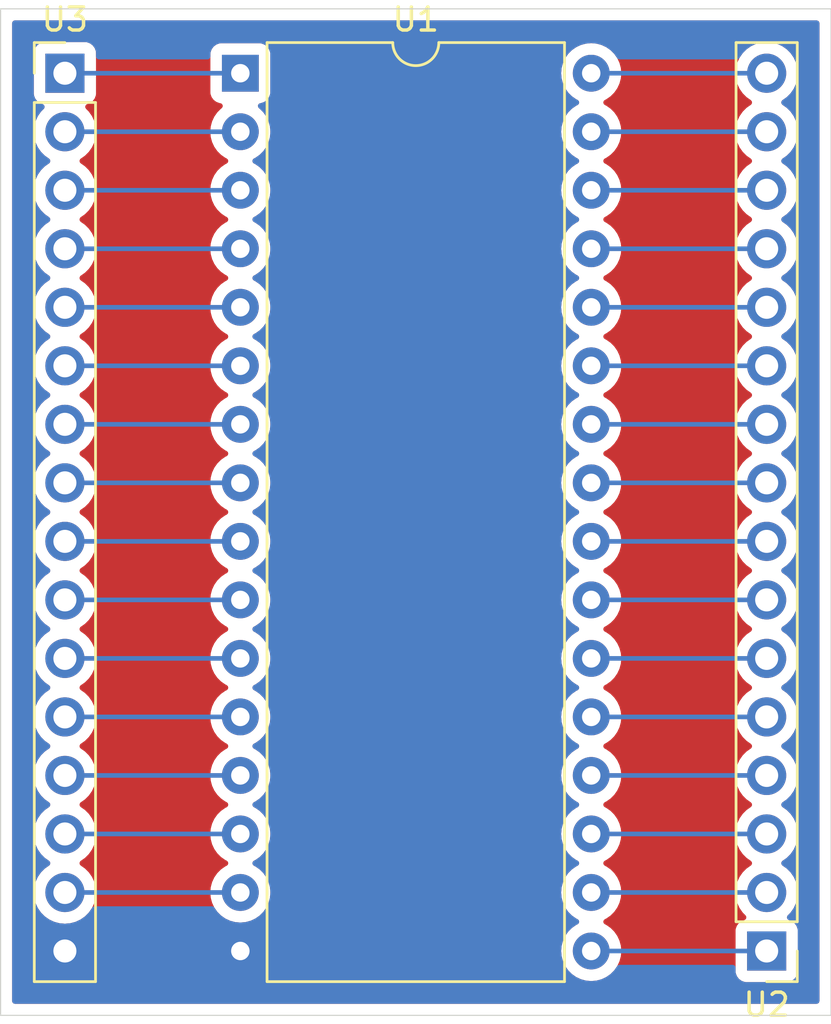
<source format=kicad_pcb>
(kicad_pcb (version 20240108) (generator "pcbnew") (generator_version "8.0")
  (layers (0 "F.Cu" signal) (31 "B.Cu" signal) (34 "B.Paste" user) (35 "F.Paste" user) (36 "B.SilkS" user "B.Silkscreen") (37 "F.SilkS" user "F.Silkscreen") (38 "B.Mask" user) (39 "F.Mask" user) (44 "Edge.Cuts" user))
  (net 0 "")
  (net 1 "Net-(U1-A0)")
  (net 2 "Net-(U1-CE#)")
  (net 3 "Net-(U1-A4)")
  (net 5 "Net-(U1-V+)")
  (net 6 "Net-(U1-OE#)")
  (net 7 "Net-(U1-WE#)")
  (net 8 "Net-(U1-DQ3)")
  (net 9 "Net-(U1-DQ0)")
  (net 10 "Net-(U1-A11)")
  (net 11 "Net-(U1-A5)")
  (net 12 "Net-(U1-A10)")
  (net 13 "Net-(U1-A13)")
  (net 14 "Net-(U1-A9)")
  (net 15 "Net-(U1-A7)")
  (net 16 "Net-(U1-GND)")
  (net 17 "Net-(U1-A12)")
  (net 18 "Net-(U1-A15)")
  (net 19 "Net-(U1-A2)")
  (net 20 "Net-(U1-A14)")
  (net 21 "Net-(U1-DQ4)")
  (net 22 "unconnected-(U1-NC-Pad1)")
  (net 23 "Net-(U1-A8)")
  (net 24 "Net-(U1-DQ7)")
  (net 25 "Net-(U1-DQ2)")
  (net 26 "Net-(U1-A16)")
  (net 27 "Net-(U1-A6)")
  (net 28 "Net-(U1-DQ1)")
  (net 29 "Net-(U1-DQ5)")
  (net 30 "Net-(U1-A1)")
  (net 31 "Net-(U1-DQ6)")
  (net 32 "Net-(U1-A3)")
  (net 33 "unconnected-(U2-13-Pad14)")
  (footprint "Connector_PinHeader_2.54mm:PinHeader_1x16_P2.54mm_Vertical" (layer "F.Cu") (at 162.56 111.76 180)
    (property "Reference" "U2" (at 0 -2.33 180) (layer "F.SilkS"))
    (property "Value" "~")
    (fp_line (start 1.33 1.27) (end 1.33 39.43) (stroke (width 0.12)) (layer "F.SilkS"))
    (fp_line (start -1.33 39.43) (end 1.33 39.43) (stroke (width 0.12)) (layer "F.SilkS"))
    (fp_line (start -1.33 1.27) (end 1.33 1.27) (stroke (width 0.12)) (layer "F.SilkS"))
    (fp_line (start -1.33 1.27) (end -1.33 39.43) (stroke (width 0.12)) (layer "F.SilkS"))
    (fp_line (start -1.33 0) (end -1.33 -1.33) (stroke (width 0.12)) (layer "F.SilkS"))
    (fp_line (start -1.33 -1.33) (end 0 -1.33) (stroke (width 0.12)) (layer "F.SilkS"))
    (pad "1" thru_hole rect (at 0 0 180) (size 1.7 1.7) (drill 1) (layers "*.Cu" "*.Mask") (net 8 "Net-(U1-DQ3)"))
    (pad "2" thru_hole oval (at 0 2.54 180) (size 1.7 1.7) (drill 1) (layers "*.Cu" "*.Mask") (net 21 "Net-(U1-DQ4)"))
    (pad "3" thru_hole oval (at 0 5.08 180) (size 1.7 1.7) (drill 1) (layers "*.Cu" "*.Mask") (net 29 "Net-(U1-DQ5)"))
    (pad "4" thru_hole oval (at 0 7.62 180) (size 1.7 1.7) (drill 1) (layers "*.Cu" "*.Mask") (net 31 "Net-(U1-DQ6)"))
    (pad "5" thru_hole oval (at 0 10.16 180) (size 1.7 1.7) (drill 1) (layers "*.Cu" "*.Mask") (net 24 "Net-(U1-DQ7)"))
    (pad "6" thru_hole oval (at 0 12.7 180) (size 1.7 1.7) (drill 1) (layers "*.Cu" "*.Mask") (net 2 "Net-(U1-CE#)"))
    (pad "7" thru_hole oval (at 0 15.24 180) (size 1.7 1.7) (drill 1) (layers "*.Cu" "*.Mask") (net 12 "Net-(U1-A10)"))
    (pad "8" thru_hole oval (at 0 17.78 180) (size 1.7 1.7) (drill 1) (layers "*.Cu" "*.Mask") (net 6 "Net-(U1-OE#)"))
    (pad "9" thru_hole oval (at 0 20.32 180) (size 1.7 1.7) (drill 1) (layers "*.Cu" "*.Mask") (net 10 "Net-(U1-A11)"))
    (pad "10" thru_hole oval (at 0 22.86 180) (size 1.7 1.7) (drill 1) (layers "*.Cu" "*.Mask") (net 14 "Net-(U1-A9)"))
    (pad "11" thru_hole oval (at 0 25.4 180) (size 1.7 1.7) (drill 1) (layers "*.Cu" "*.Mask") (net 23 "Net-(U1-A8)"))
    (pad "12" thru_hole oval (at 0 27.94 180) (size 1.7 1.7) (drill 1) (layers "*.Cu" "*.Mask") (net 13 "Net-(U1-A13)"))
    (pad "13" thru_hole oval (at 0 30.48 180) (size 1.7 1.7) (drill 1) (layers "*.Cu" "*.Mask") (net 20 "Net-(U1-A14)"))
    (pad "14" thru_hole oval (at 0 33.02 180) (size 1.7 1.7) (drill 1) (layers "*.Cu" "*.Mask") (net 33 "unconnected-(U2-13-Pad14)"))
    (pad "15" thru_hole oval (at 0 35.56 180) (size 1.7 1.7) (drill 1) (layers "*.Cu" "*.Mask") (net 7 "Net-(U1-WE#)"))
    (pad "16" thru_hole oval (at 0 38.1 180) (size 1.7 1.7) (drill 1) (layers "*.Cu" "*.Mask") (net 5 "Net-(U1-V+)"))
  )
  (footprint "Package_DIP:DIP-32_W15.24mm" (layer "F.Cu") (at 139.7 73.66)
    (property "Reference" "U1" (at 7.62 -2.33 0) (layer "F.SilkS"))
    (property "Value" "~")
    (fp_line (start 1.16 -1.33) (end 1.16 39.43) (stroke (width 0.12)) (layer "F.SilkS"))
    (fp_line (start 1.16 39.43) (end 14.08 39.43) (stroke (width 0.12)) (layer "F.SilkS"))
    (fp_line (start 6.62 -1.33) (end 1.16 -1.33) (stroke (width 0.12)) (layer "F.SilkS"))
    (fp_line (start 14.08 -1.33) (end 8.62 -1.33) (stroke (width 0.12)) (layer "F.SilkS"))
    (fp_line (start 14.08 39.43) (end 14.08 -1.33) (stroke (width 0.12)) (layer "F.SilkS"))
    (fp_arc (start 8.62 -1.33) (mid 7.62 -0.33) (end 6.62 -1.33) (stroke (width 0.12)) (layer "F.SilkS"))
    (pad "1" thru_hole rect (at 0 0) (size 1.6 1.6) (drill 0.8) (layers "*.Cu" "*.Mask") (net 22 "unconnected-(U1-NC-Pad1)"))
    (pad "2" thru_hole oval (at 0 2.54) (size 1.6 1.6) (drill 0.8) (layers "*.Cu" "*.Mask") (net 26 "Net-(U1-A16)"))
    (pad "3" thru_hole oval (at 0 5.08) (size 1.6 1.6) (drill 0.8) (layers "*.Cu" "*.Mask") (net 18 "Net-(U1-A15)"))
    (pad "4" thru_hole oval (at 0 7.62) (size 1.6 1.6) (drill 0.8) (layers "*.Cu" "*.Mask") (net 17 "Net-(U1-A12)"))
    (pad "5" thru_hole oval (at 0 10.16) (size 1.6 1.6) (drill 0.8) (layers "*.Cu" "*.Mask") (net 15 "Net-(U1-A7)"))
    (pad "6" thru_hole oval (at 0 12.7) (size 1.6 1.6) (drill 0.8) (layers "*.Cu" "*.Mask") (net 27 "Net-(U1-A6)"))
    (pad "7" thru_hole oval (at 0 15.24) (size 1.6 1.6) (drill 0.8) (layers "*.Cu" "*.Mask") (net 11 "Net-(U1-A5)"))
    (pad "8" thru_hole oval (at 0 17.78) (size 1.6 1.6) (drill 0.8) (layers "*.Cu" "*.Mask") (net 3 "Net-(U1-A4)"))
    (pad "9" thru_hole oval (at 0 20.32) (size 1.6 1.6) (drill 0.8) (layers "*.Cu" "*.Mask") (net 32 "Net-(U1-A3)"))
    (pad "10" thru_hole oval (at 0 22.86) (size 1.6 1.6) (drill 0.8) (layers "*.Cu" "*.Mask") (net 19 "Net-(U1-A2)"))
    (pad "11" thru_hole oval (at 0 25.4) (size 1.6 1.6) (drill 0.8) (layers "*.Cu" "*.Mask") (net 30 "Net-(U1-A1)"))
    (pad "12" thru_hole oval (at 0 27.94) (size 1.6 1.6) (drill 0.8) (layers "*.Cu" "*.Mask") (net 1 "Net-(U1-A0)"))
    (pad "13" thru_hole oval (at 0 30.48) (size 1.6 1.6) (drill 0.8) (layers "*.Cu" "*.Mask") (net 9 "Net-(U1-DQ0)"))
    (pad "14" thru_hole oval (at 0 33.02) (size 1.6 1.6) (drill 0.8) (layers "*.Cu" "*.Mask") (net 28 "Net-(U1-DQ1)"))
    (pad "15" thru_hole oval (at 0 35.56) (size 1.6 1.6) (drill 0.8) (layers "*.Cu" "*.Mask") (net 25 "Net-(U1-DQ2)"))
    (pad "16" thru_hole oval (at 0 38.1) (size 1.6 1.6) (drill 0.8) (layers "*.Cu" "*.Mask") (net 16 "Net-(U1-GND)"))
    (pad "17" thru_hole oval (at 15.24 38.1) (size 1.6 1.6) (drill 0.8) (layers "*.Cu" "*.Mask") (net 8 "Net-(U1-DQ3)"))
    (pad "18" thru_hole oval (at 15.24 35.56) (size 1.6 1.6) (drill 0.8) (layers "*.Cu" "*.Mask") (net 21 "Net-(U1-DQ4)"))
    (pad "19" thru_hole oval (at 15.24 33.02) (size 1.6 1.6) (drill 0.8) (layers "*.Cu" "*.Mask") (net 29 "Net-(U1-DQ5)"))
    (pad "20" thru_hole oval (at 15.24 30.48) (size 1.6 1.6) (drill 0.8) (layers "*.Cu" "*.Mask") (net 31 "Net-(U1-DQ6)"))
    (pad "21" thru_hole oval (at 15.24 27.94) (size 1.6 1.6) (drill 0.8) (layers "*.Cu" "*.Mask") (net 24 "Net-(U1-DQ7)"))
    (pad "22" thru_hole oval (at 15.24 25.4) (size 1.6 1.6) (drill 0.8) (layers "*.Cu" "*.Mask") (net 2 "Net-(U1-CE#)"))
    (pad "23" thru_hole oval (at 15.24 22.86) (size 1.6 1.6) (drill 0.8) (layers "*.Cu" "*.Mask") (net 12 "Net-(U1-A10)"))
    (pad "24" thru_hole oval (at 15.24 20.32) (size 1.6 1.6) (drill 0.8) (layers "*.Cu" "*.Mask") (net 6 "Net-(U1-OE#)"))
    (pad "25" thru_hole oval (at 15.24 17.78) (size 1.6 1.6) (drill 0.8) (layers "*.Cu" "*.Mask") (net 10 "Net-(U1-A11)"))
    (pad "26" thru_hole oval (at 15.24 15.24) (size 1.6 1.6) (drill 0.8) (layers "*.Cu" "*.Mask") (net 14 "Net-(U1-A9)"))
    (pad "27" thru_hole oval (at 15.24 12.7) (size 1.6 1.6) (drill 0.8) (layers "*.Cu" "*.Mask") (net 23 "Net-(U1-A8)"))
    (pad "28" thru_hole oval (at 15.24 10.16) (size 1.6 1.6) (drill 0.8) (layers "*.Cu" "*.Mask") (net 13 "Net-(U1-A13)"))
    (pad "29" thru_hole oval (at 15.24 7.62) (size 1.6 1.6) (drill 0.8) (layers "*.Cu" "*.Mask") (net 20 "Net-(U1-A14)"))
    (pad "30" thru_hole oval (at 15.24 5.08) (size 1.6 1.6) (drill 0.8) (layers "*.Cu" "*.Mask"))
    (pad "31" thru_hole oval (at 15.24 2.54) (size 1.6 1.6) (drill 0.8) (layers "*.Cu" "*.Mask") (net 7 "Net-(U1-WE#)"))
    (pad "32" thru_hole oval (at 15.24 0) (size 1.6 1.6) (drill 0.8) (layers "*.Cu" "*.Mask") (net 5 "Net-(U1-V+)"))
  )
  (footprint "Connector_PinHeader_2.54mm:PinHeader_1x16_P2.54mm_Vertical" (layer "F.Cu") (at 132.08 73.66)
    (property "Reference" "U3" (at 0 -2.33 0) (layer "F.SilkS"))
    (property "Value" "~")
    (fp_line (start -1.33 -1.33) (end 0 -1.33) (stroke (width 0.12)) (layer "F.SilkS"))
    (fp_line (start -1.33 0) (end -1.33 -1.33) (stroke (width 0.12)) (layer "F.SilkS"))
    (fp_line (start -1.33 1.27) (end -1.33 39.43) (stroke (width 0.12)) (layer "F.SilkS"))
    (fp_line (start -1.33 1.27) (end 1.33 1.27) (stroke (width 0.12)) (layer "F.SilkS"))
    (fp_line (start -1.33 39.43) (end 1.33 39.43) (stroke (width 0.12)) (layer "F.SilkS"))
    (fp_line (start 1.33 1.27) (end 1.33 39.43) (stroke (width 0.12)) (layer "F.SilkS"))
    (pad "1" thru_hole rect (at 0 0) (size 1.7 1.7) (drill 1) (layers "*.Cu" "*.Mask"))
    (pad "2" thru_hole oval (at 0 2.54) (size 1.7 1.7) (drill 1) (layers "*.Cu" "*.Mask") (net 26 "Net-(U1-A16)"))
    (pad "3" thru_hole oval (at 0 5.08) (size 1.7 1.7) (drill 1) (layers "*.Cu" "*.Mask") (net 18 "Net-(U1-A15)"))
    (pad "4" thru_hole oval (at 0 7.62) (size 1.7 1.7) (drill 1) (layers "*.Cu" "*.Mask") (net 17 "Net-(U1-A12)"))
    (pad "5" thru_hole oval (at 0 10.16) (size 1.7 1.7) (drill 1) (layers "*.Cu" "*.Mask") (net 15 "Net-(U1-A7)"))
    (pad "6" thru_hole oval (at 0 12.7) (size 1.7 1.7) (drill 1) (layers "*.Cu" "*.Mask") (net 27 "Net-(U1-A6)"))
    (pad "7" thru_hole oval (at 0 15.24) (size 1.7 1.7) (drill 1) (layers "*.Cu" "*.Mask") (net 11 "Net-(U1-A5)"))
    (pad "8" thru_hole oval (at 0 17.78) (size 1.7 1.7) (drill 1) (layers "*.Cu" "*.Mask") (net 3 "Net-(U1-A4)"))
    (pad "9" thru_hole oval (at 0 20.32) (size 1.7 1.7) (drill 1) (layers "*.Cu" "*.Mask") (net 32 "Net-(U1-A3)"))
    (pad "10" thru_hole oval (at 0 22.86) (size 1.7 1.7) (drill 1) (layers "*.Cu" "*.Mask") (net 19 "Net-(U1-A2)"))
    (pad "11" thru_hole oval (at 0 25.4) (size 1.7 1.7) (drill 1) (layers "*.Cu" "*.Mask") (net 30 "Net-(U1-A1)"))
    (pad "12" thru_hole oval (at 0 27.94) (size 1.7 1.7) (drill 1) (layers "*.Cu" "*.Mask") (net 1 "Net-(U1-A0)"))
    (pad "13" thru_hole oval (at 0 30.48) (size 1.7 1.7) (drill 1) (layers "*.Cu" "*.Mask") (net 9 "Net-(U1-DQ0)"))
    (pad "14" thru_hole oval (at 0 33.02) (size 1.7 1.7) (drill 1) (layers "*.Cu" "*.Mask") (net 28 "Net-(U1-DQ1)"))
    (pad "15" thru_hole oval (at 0 35.56) (size 1.7 1.7) (drill 1) (layers "*.Cu" "*.Mask") (net 25 "Net-(U1-DQ2)"))
    (pad "16" thru_hole oval (at 0 38.1) (size 1.7 1.7) (drill 1) (layers "*.Cu" "*.Mask") (net 16 "Net-(U1-GND)"))
  )
  (gr_rect (start 129.286 70.866) (end 165.354 114.554) (stroke (width 0.05)) (fill none) (layer "Edge.Cuts"))
  (segment (start 139.7 101.6) (end 132.08 101.6) (width 0.2) (layer "B.Cu") (net 1))
  (segment (start 162.56 99.06) (end 154.94 99.06) (width 0.2) (layer "B.Cu") (net 2))
  (segment (start 139.7 91.44) (end 132.08 91.44) (width 0.2) (layer "B.Cu") (net 3))
  (segment (start 162.56 73.66) (end 154.94 73.66) (width 0.2) (layer "B.Cu") (net 5))
  (segment (start 162.56 93.98) (end 154.94 93.98) (width 0.2) (layer "B.Cu") (net 6))
  (segment (start 154.94 76.2) (end 162.56 76.2) (width 0.2) (layer "B.Cu") (net 7))
  (segment (start 154.94 111.76) (end 162.56 111.76) (width 0.2) (layer "B.Cu") (net 8))
  (segment (start 132.08 104.14) (end 139.7 104.14) (width 0.2) (layer "B.Cu") (net 9))
  (segment (start 154.94 91.44) (end 162.56 91.44) (width 0.2) (layer "B.Cu") (net 10))
  (segment (start 132.08 88.9) (end 139.7 88.9) (width 0.2) (layer "B.Cu") (net 11))
  (segment (start 154.94 96.52) (end 162.56 96.52) (width 0.2) (layer "B.Cu") (net 12))
  (segment (start 162.56 83.82) (end 154.94 83.82) (width 0.2) (layer "B.Cu") (net 13))
  (segment (start 162.56 88.9) (end 154.94 88.9) (width 0.2) (layer "B.Cu") (net 14))
  (segment (start 139.7 83.82) (end 132.08 83.82) (width 0.2) (layer "B.Cu") (net 15))
  (segment (start 139.7 111.76) (end 132.08 111.76) (width 0.2) (layer "B.Cu") (net 16))
  (segment (start 132.08 81.28) (end 139.7 81.28) (width 0.2) (layer "B.Cu") (net 17))
  (segment (start 139.7 78.74) (end 132.08 78.74) (width 0.2) (layer "B.Cu") (net 18))
  (segment (start 139.7 96.52) (end 132.08 96.52) (width 0.2) (layer "B.Cu") (net 19))
  (segment (start 154.94 81.28) (end 162.56 81.28) (width 0.2) (layer "B.Cu") (net 20))
  (segment (start 162.56 109.22) (end 154.94 109.22) (width 0.2) (layer "B.Cu") (net 21))
  (segment (start 139.7 73.66) (end 132.08 73.66) (width 0.2) (layer "B.Cu") (net 22))
  (segment (start 154.94 86.36) (end 162.56 86.36) (width 0.2) (layer "B.Cu") (net 23))
  (segment (start 154.94 101.6) (end 162.56 101.6) (width 0.2) (layer "B.Cu") (net 24))
  (segment (start 132.08 109.22) (end 139.7 109.22) (width 0.2) (layer "B.Cu") (net 25))
  (segment (start 132.08 76.2) (end 139.7 76.2) (width 0.2) (layer "B.Cu") (net 26))
  (segment (start 139.7 86.36) (end 132.08 86.36) (width 0.2) (layer "B.Cu") (net 27))
  (segment (start 139.7 106.68) (end 132.08 106.68) (width 0.2) (layer "B.Cu") (net 28))
  (segment (start 154.94 106.68) (end 162.56 106.68) (width 0.2) (layer "B.Cu") (net 29))
  (segment (start 132.08 99.06) (end 139.7 99.06) (width 0.2) (layer "B.Cu") (net 30))
  (segment (start 162.56 104.14) (end 154.94 104.14) (width 0.2) (layer "B.Cu") (net 31))
  (segment (start 132.08 93.98) (end 139.7 93.98) (width 0.2) (layer "B.Cu") (net 32))
  (segment (start 154.94 78.74) (end 162.56 78.74) (width 0.2) (layer "B.Cu") (net 33))
  (zone (net 16) (net_name "Net-(U1-GND)") (layers "F&B.Cu") (connect_pads yes (clearance 0.5)) (min_thickness 0.25) (fill yes (thermal_gap 0.5) (thermal_bridge_width 0.5))
    (polygon (pts (xy 129.54 71.12) (xy 129.54 114.3) (xy 165.1 114.3) (xy 165.1 71.12)))
  )
)
</source>
